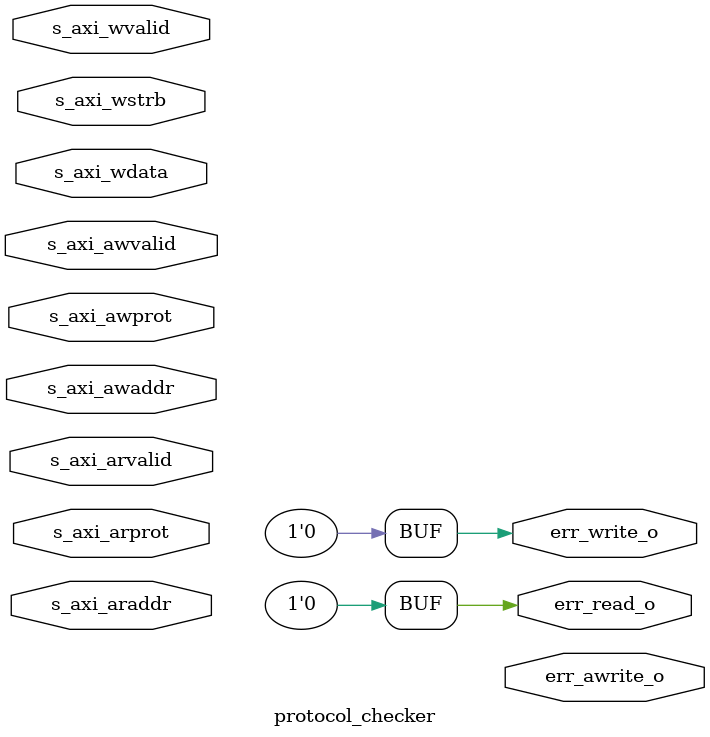
<source format=sv>
module protocol_checker #(
    parameter int ADDR_WIDTH    = 32,
    parameter int DATA_WIDTH    = 32,
    parameter bit ERR_RESP_EN   = 1'b0
) (
    input  logic [ADDR_WIDTH - 1 : 0]        s_axi_awaddr ,
    input  logic                             s_axi_awvalid,
    input  logic [2 : 0]                     s_axi_awprot ,

    input  logic [DATA_WIDTH - 1 : 0]        s_axi_wdata  ,
    input  logic [(DATA_WIDTH / 8) - 1 : 0]  s_axi_wstrb  ,
    input  logic                             s_axi_wvalid ,

    input  logic [ADDR_WIDTH - 1 : 0]        s_axi_araddr ,
    input  logic                             s_axi_arvalid,
    input  logic [2 : 0]                     s_axi_arprot ,

    output logic                             err_awrite_o ,
    output logic                             err_write_o  ,
    output logic                             err_read_o
);
    if (ERR_RESP_EN) begin: gen_enabled
        localparam int ALIGN_BITS = $clog2(DATA_WIDTH / 8);

        wire aw_addr_misaligned = s_axi_awvalid && |s_axi_awaddr[ALIGN_BITS - 1 : 0];
        wire ar_addr_misaligned = s_axi_arvalid && |s_axi_araddr[ALIGN_BITS - 1 : 0];

        wire wstrb_zero = s_axi_wvalid && (s_axi_wstrb == {(DATA_WIDTH / 8){1'b0}});

        assign err_awrite_o = aw_addr_misaligned;
        assign err_write_o = wstrb_zero;
        assign err_read_o  = ar_addr_misaligned;
    end else begin: get_disabled
        assign err_write_o = 1'b0;
        assign err_read_o  = 1'b0;
    end
endmodule

</source>
